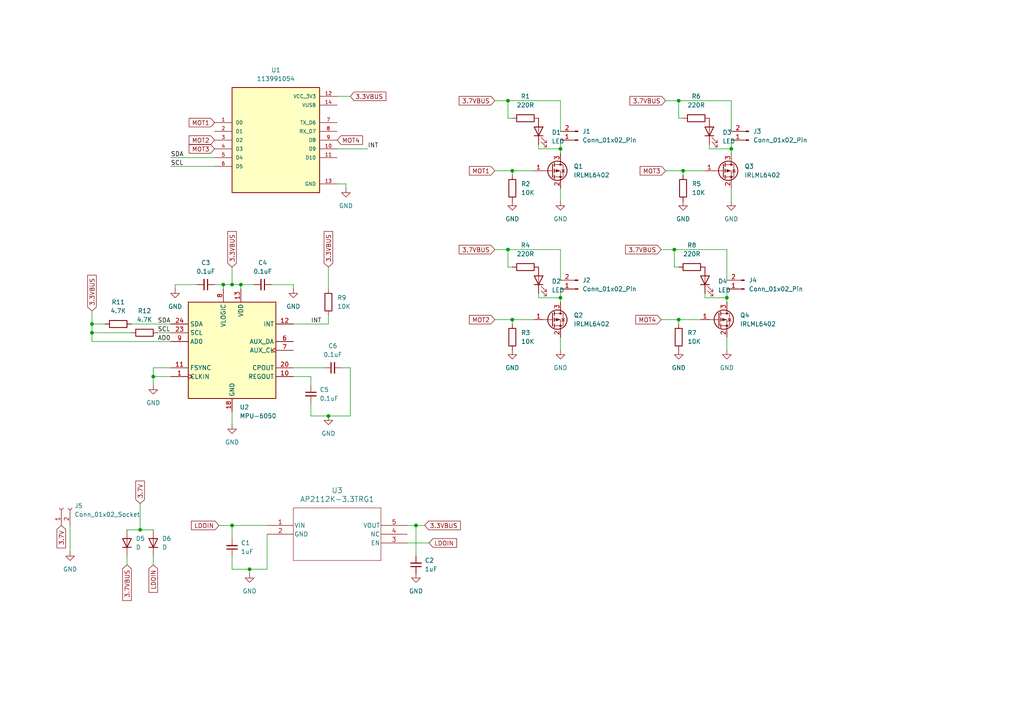
<source format=kicad_sch>
(kicad_sch (version 20231120) (generator "eeschema") (generator_version "8.0")
  (paper "A4")
  (lib_symbols
    (symbol "2025-03-06_04-36-30:AP2112K-3.3TRG1" (pin_names (offset 0.254))
      (property "Reference" "U" (at 20.32 10.16 0))
      (property "Value" "AP2112K-3.3TRG1" (at 20.32 7.62 0))
      (symbol "AP2112K-3.3TRG1_0_1"
        (polyline (pts (xy 7.62 -10.16) (xy 33.02 -10.16)) (stroke (width 0.127)))
        (polyline (pts (xy 7.62 5.08) (xy 7.62 -10.16)) (stroke (width 0.127)))
        (polyline (pts (xy 33.02 -10.16) (xy 33.02 5.08)) (stroke (width 0.127)))
        (polyline (pts (xy 33.02 5.08) (xy 7.62 5.08)) (stroke (width 0.127)))
        (pin unspecified line (at 0 0 0) (length 7.62) (name "VIN") (number "1"))
        (pin unspecified line (at 0 -2.54 0) (length 7.62) (name "GND") (number "2"))
        (pin unspecified line (at 40.64 -5.08 180) (length 7.62) (name "EN") (number "3"))
        (pin unspecified line (at 40.64 -2.54 180) (length 7.62) (name "NC") (number "4"))
        (pin unspecified line (at 40.64 0 180) (length 7.62) (name "VOUT") (number "5"))
      )
    )
    (symbol "Connector:Conn_01x02_Pin" (pin_names (offset 1.016) hide)
      (property "Reference" "J" (at 0 2.54 0))
      (property "Value" "Conn_01x02_Pin" (at 0 -5.08 0))
      (symbol "Conn_01x02_Pin_1_1"
        (polyline (pts (xy 1.27 -2.54) (xy 0.8636 -2.54)) (stroke (width 0.1524)))
        (polyline (pts (xy 1.27 0) (xy 0.8636 0)) (stroke (width 0.1524)))
        (rectangle (start 0.8636 -2.413) (end 0 -2.667) (stroke (width 0.1524)) (fill (type outline)))
        (rectangle (start 0.8636 0.127) (end 0 -0.127) (stroke (width 0.1524)) (fill (type outline)))
        (pin passive line (at 5.08 0 180) (length 3.81) (name "Pin_1") (number "1"))
        (pin passive line (at 5.08 -2.54 180) (length 3.81) (name "Pin_2") (number "2"))
      )
    )
    (symbol "Connector:Conn_01x02_Socket" (pin_names (offset 1.016) hide)
      (property "Reference" "J" (at 0 2.54 0))
      (property "Value" "Conn_01x02_Socket" (at 0 -5.08 0))
      (symbol "Conn_01x02_Socket_1_1"
        (arc (start 0 -2.032) (mid -0.5058 -2.54) (end 0 -3.048) (stroke (width 0.1524)))
        (polyline (pts (xy -1.27 -2.54) (xy -0.508 -2.54)) (stroke (width 0.1524)))
        (polyline (pts (xy -1.27 0) (xy -0.508 0)) (stroke (width 0.1524)))
        (arc (start 0 0.508) (mid -0.5058 0) (end 0 -0.508) (stroke (width 0.1524)))
        (pin passive line (at -5.08 0 0) (length 3.81) (name "Pin_1") (number "1"))
        (pin passive line (at -5.08 -2.54 0) (length 3.81) (name "Pin_2") (number "2"))
      )
    )
    (symbol "Device:C_Small" (pin_numbers hide) (pin_names (offset 0.254) hide)
      (property "Reference" "C" (at 0.254 1.778 0))
      (property "Value" "C_Small" (at 0.254 -2.032 0))
      (symbol "C_Small_0_1"
        (polyline (pts (xy -1.524 -0.508) (xy 1.524 -0.508)) (stroke (width 0.3302)))
        (polyline (pts (xy -1.524 0.508) (xy 1.524 0.508)) (stroke (width 0.3048)))
      )
      (symbol "C_Small_1_1"
        (pin passive line (at 0 2.54 270) (length 2.032) (name "~") (number "1"))
        (pin passive line (at 0 -2.54 90) (length 2.032) (name "~") (number "2"))
      )
    )
    (symbol "Device:D" (pin_numbers hide) (pin_names (offset 1.016) hide)
      (property "Reference" "D" (at 0 2.54 0))
      (property "Value" "D" (at 0 -2.54 0))
      (symbol "D_0_1"
        (polyline (pts (xy -1.27 1.27) (xy -1.27 -1.27)) (stroke (width 0.254)))
        (polyline (pts (xy 1.27 0) (xy -1.27 0)))
        (polyline (pts (xy 1.27 1.27) (xy 1.27 -1.27) (xy -1.27 0) (xy 1.27 1.27)) (stroke (width 0.254)))
      )
      (symbol "D_1_1"
        (pin passive line (at -3.81 0 0) (length 2.54) (name "K") (number "1"))
        (pin passive line (at 3.81 0 180) (length 2.54) (name "A") (number "2"))
      )
    )
    (symbol "Device:LED" (pin_numbers hide) (pin_names (offset 1.016) hide)
      (property "Reference" "D" (at 0 2.54 0))
      (property "Value" "LED" (at 0 -2.54 0))
      (symbol "LED_0_1"
        (polyline (pts (xy -1.27 -1.27) (xy -1.27 1.27)) (stroke (width 0.254)))
        (polyline (pts (xy -1.27 0) (xy 1.27 0)))
        (polyline (pts (xy 1.27 -1.27) (xy 1.27 1.27) (xy -1.27 0) (xy 1.27 -1.27)) (stroke (width 0.254)))
        (polyline (pts (xy -3.048 -0.762) (xy -4.572 -2.286) (xy -3.81 -2.286) (xy -4.572 -2.286) (xy -4.572 -1.524)))
        (polyline (pts (xy -1.778 -0.762) (xy -3.302 -2.286) (xy -2.54 -2.286) (xy -3.302 -2.286) (xy -3.302 -1.524)))
      )
      (symbol "LED_1_1"
        (pin passive line (at -3.81 0 0) (length 2.54) (name "K") (number "1"))
        (pin passive line (at 3.81 0 180) (length 2.54) (name "A") (number "2"))
      )
    )
    (symbol "Device:R" (pin_numbers hide) (pin_names (offset 0))
      (property "Reference" "R" (at 2.032 0 90))
      (property "Value" "R" (at 0 0 90))
      (symbol "R_0_1"
        (rectangle (start -1.016 -2.54) (end 1.016 2.54) (stroke (width 0.254)))
      )
      (symbol "R_1_1"
        (pin passive line (at 0 3.81 270) (length 1.27) (name "~") (number "1"))
        (pin passive line (at 0 -3.81 90) (length 1.27) (name "~") (number "2"))
      )
    )
    (symbol "Seeed_XIAO_ESP32_C3:113991054" (pin_names (offset 1.016))
      (property "Reference" "U" (at -12.7 16.002 0))
      (property "Value" "113991054" (at -12.7 -17.78 0))
      (symbol "113991054_0_0"
        (rectangle (start -12.7 -15.24) (end 12.7 15.24) (stroke (width 0.254)) (fill (type background)))
        (pin bidirectional line (at -17.78 5.08 0) (length 5.08) (name "D0") (number "1"))
        (pin bidirectional line (at 17.78 -2.54 180) (length 5.08) (name "D9") (number "10"))
        (pin bidirectional line (at 17.78 -5.08 180) (length 5.08) (name "D10") (number "11"))
        (pin power_in line (at 17.78 12.7 180) (length 5.08) (name "VCC_3V3") (number "12"))
        (pin power_in line (at 17.78 -12.7 180) (length 5.08) (name "GND") (number "13"))
        (pin power_in line (at 17.78 10.16 180) (length 5.08) (name "VUSB") (number "14"))
        (pin bidirectional line (at -17.78 2.54 0) (length 5.08) (name "D1") (number "2"))
        (pin bidirectional line (at -17.78 0 0) (length 5.08) (name "D2") (number "3"))
        (pin bidirectional line (at -17.78 -2.54 0) (length 5.08) (name "D3") (number "4"))
        (pin bidirectional line (at -17.78 -5.08 0) (length 5.08) (name "D4") (number "5"))
        (pin bidirectional line (at -17.78 -7.62 0) (length 5.08) (name "D5") (number "6"))
        (pin bidirectional line (at 17.78 5.08 180) (length 5.08) (name "TX_D6") (number "7"))
        (pin bidirectional line (at 17.78 2.54 180) (length 5.08) (name "RX_D7") (number "8"))
        (pin bidirectional line (at 17.78 0 180) (length 5.08) (name "D8") (number "9"))
      )
    )
    (symbol "Sensor_Motion:MPU-6050"
      (property "Reference" "U" (at -11.43 13.97 0))
      (property "Value" "MPU-6050" (at 7.62 -15.24 0))
      (symbol "MPU-6050_0_0"
        (text "" (at 12.7 -2.54 0) (effects (font (size 1.27 1.27))))
      )
      (symbol "MPU-6050_0_1"
        (rectangle (start -12.7 13.97) (end 12.7 -13.97) (stroke (width 0.254)) (fill (type background)))
      )
      (symbol "MPU-6050_1_1"
        (pin input clock (at -17.78 -7.62 0) (length 5.08) (name "CLKIN") (number "1"))
        (pin passive line (at 17.78 -7.62 180) (length 5.08) (name "REGOUT") (number "10"))
        (pin input line (at -17.78 -5.08 0) (length 5.08) (name "FSYNC") (number "11"))
        (pin output line (at 17.78 7.62 180) (length 5.08) (name "INT") (number "12"))
        (pin power_in line (at 2.54 17.78 270) (length 3.81) (name "VDD") (number "13"))
        (pin no_connect line (at -12.7 -10.16 0) (length 2.54) hide (name "NC") (number "14"))
        (pin no_connect line (at 12.7 12.7 180) (length 2.54) hide (name "NC") (number "15"))
        (pin no_connect line (at 12.7 10.16 180) (length 2.54) hide (name "NC") (number "16"))
        (pin no_connect line (at 12.7 5.08 180) (length 2.54) hide (name "NC") (number "17"))
        (pin power_in line (at 0 -17.78 90) (length 3.81) (name "GND") (number "18"))
        (pin no_connect line (at 12.7 -10.16 180) (length 2.54) hide (name "RESV") (number "19"))
        (pin no_connect line (at -12.7 12.7 0) (length 2.54) hide (name "NC") (number "2"))
        (pin passive line (at 17.78 -5.08 180) (length 5.08) (name "CPOUT") (number "20"))
        (pin no_connect line (at 12.7 -2.54 180) (length 2.54) hide (name "RESV") (number "21"))
        (pin no_connect line (at 12.7 -12.7 180) (length 2.54) hide (name "RESV") (number "22"))
        (pin input line (at -17.78 5.08 0) (length 5.08) (name "SCL") (number "23"))
        (pin bidirectional line (at -17.78 7.62 0) (length 5.08) (name "SDA") (number "24"))
        (pin no_connect line (at -12.7 10.16 0) (length 2.54) hide (name "NC") (number "3"))
        (pin no_connect line (at -12.7 0 0) (length 2.54) hide (name "NC") (number "4"))
        (pin no_connect line (at -12.7 -2.54 0) (length 2.54) hide (name "NC") (number "5"))
        (pin bidirectional line (at 17.78 2.54 180) (length 5.08) (name "AUX_DA") (number "6"))
        (pin output clock (at 17.78 0 180) (length 5.08) (name "AUX_CL") (number "7"))
        (pin power_in line (at -2.54 17.78 270) (length 3.81) (name "VLOGIC") (number "8"))
        (pin input line (at -17.78 2.54 0) (length 5.08) (name "AD0") (number "9"))
      )
    )
    (symbol "Transistor_FET:IRLML6402" (pin_names hide)
      (property "Reference" "Q" (at 5.08 1.905 0))
      (property "Value" "IRLML6402" (at 5.08 0 0))
      (symbol "IRLML6402_0_1"
        (polyline (pts (xy 0.254 0) (xy -2.54 0)))
        (polyline (pts (xy 0.254 1.905) (xy 0.254 -1.905)) (stroke (width 0.254)))
        (polyline (pts (xy 0.762 -1.27) (xy 0.762 -2.286)) (stroke (width 0.254)))
        (polyline (pts (xy 0.762 0.508) (xy 0.762 -0.508)) (stroke (width 0.254)))
        (polyline (pts (xy 0.762 2.286) (xy 0.762 1.27)) (stroke (width 0.254)))
        (polyline (pts (xy 2.54 2.54) (xy 2.54 1.778)))
        (polyline (pts (xy 2.54 -2.54) (xy 2.54 0) (xy 0.762 0)))
        (polyline (pts (xy 0.762 1.778) (xy 3.302 1.778) (xy 3.302 -1.778) (xy 0.762 -1.778)))
        (polyline (pts (xy 2.286 0) (xy 1.27 0.381) (xy 1.27 -0.381) (xy 2.286 0)) (fill (type outline)))
        (polyline (pts (xy 2.794 -0.508) (xy 2.921 -0.381) (xy 3.683 -0.381) (xy 3.81 -0.254)))
        (polyline (pts (xy 3.302 -0.381) (xy 2.921 0.254) (xy 3.683 0.254) (xy 3.302 -0.381)))
        (circle (center 1.651 0) (radius 2.794) (stroke (width 0.254)))
        (circle (center 2.54 -1.778) (radius 0.254) (fill (type outline)))
        (circle (center 2.54 1.778) (radius 0.254) (fill (type outline)))
      )
      (symbol "IRLML6402_1_1"
        (pin input line (at -5.08 0 0) (length 2.54) (name "G") (number "1"))
        (pin passive line (at 2.54 -5.08 90) (length 2.54) (name "S") (number "2"))
        (pin passive line (at 2.54 5.08 270) (length 2.54) (name "D") (number "3"))
      )
    )
    (symbol "power:GND" (power) (pin_numbers hide) (pin_names (offset 0) hide)
      (property "Value" "GND" (at 0 -3.81 0))
      (symbol "GND_0_1"
        (polyline (pts (xy 0 0) (xy 0 -1.27) (xy 1.27 -1.27) (xy 0 -2.54) (xy -1.27 -1.27) (xy 0 -1.27)))
      )
      (symbol "GND_1_1"
        (pin power_in line (at 0 0 270) (length 0) (name "~") (number "1"))
      )
    )
  )
  (junction (at 69.85 82.55))
  (junction (at 44.45 109.22))
  (junction (at 72.39 165.1))
  (junction (at 40.64 153.67))
  (junction (at 64.77 82.55))
  (junction (at 67.31 82.55))
  (junction (at 26.67 96.52))
  (junction (at 67.31 152.4))
  (junction (at 162.56 43.18))
  (junction (at 120.65 152.4))
  (junction (at 147.32 29.21))
  (junction (at 212.09 43.18))
  (junction (at 195.58 72.39))
  (junction (at 196.85 92.71))
  (junction (at 147.32 72.39))
  (junction (at 148.59 49.53))
  (junction (at 196.85 29.21))
  (junction (at 162.56 86.36))
  (junction (at 198.12 49.53))
  (junction (at 95.25 120.65))
  (junction (at 148.59 92.71))
  (junction (at 26.67 93.98))
  (junction (at 210.82 86.36))
  (wire (pts (xy 67.31 77.47) (xy 67.31 82.55)))
  (wire (pts (xy 156.21 86.36) (xy 162.56 86.36)))
  (wire (pts (xy 198.12 34.29) (xy 196.85 34.29)))
  (wire (pts (xy 191.77 72.39) (xy 195.58 72.39)))
  (wire (pts (xy 26.67 93.98) (xy 26.67 96.52)))
  (wire (pts (xy 38.1 93.98) (xy 49.53 93.98)))
  (wire (pts (xy 40.64 153.67) (xy 36.83 153.67)))
  (wire (pts (xy 147.32 72.39) (xy 162.56 72.39)))
  (wire (pts (xy 93.98 106.68) (xy 85.09 106.68)))
  (wire (pts (xy 118.11 157.48) (xy 124.46 157.48)))
  (wire (pts (xy 100.33 54.61) (xy 100.33 53.34)))
  (wire (pts (xy 162.56 86.36) (xy 162.56 87.63)))
  (wire (pts (xy 162.56 72.39) (xy 162.56 81.28)))
  (wire (pts (xy 67.31 152.4) (xy 67.31 156.21)))
  (wire (pts (xy 210.82 83.82) (xy 210.82 86.36)))
  (wire (pts (xy 45.72 96.52) (xy 49.53 96.52)))
  (wire (pts (xy 210.82 86.36) (xy 210.82 87.63)))
  (wire (pts (xy 162.56 54.61) (xy 162.56 58.42)))
  (wire (pts (xy 204.47 85.09) (xy 204.47 86.36)))
  (wire (pts (xy 162.56 43.18) (xy 162.56 44.45)))
  (wire (pts (xy 101.6 120.65) (xy 95.25 120.65)))
  (wire (pts (xy 95.25 120.65) (xy 90.17 120.65)))
  (wire (pts (xy 143.51 72.39) (xy 147.32 72.39)))
  (wire (pts (xy 203.2 92.71) (xy 196.85 92.71)))
  (wire (pts (xy 44.45 106.68) (xy 49.53 106.68)))
  (wire (pts (xy 69.85 82.55) (xy 73.66 82.55)))
  (wire (pts (xy 205.74 43.18) (xy 212.09 43.18)))
  (wire (pts (xy 57.15 82.55) (xy 50.8 82.55)))
  (wire (pts (xy 95.25 93.98) (xy 95.25 91.44)))
  (wire (pts (xy 67.31 152.4) (xy 77.47 152.4)))
  (wire (pts (xy 40.64 153.67) (xy 44.45 153.67)))
  (wire (pts (xy 147.32 72.39) (xy 147.32 77.47)))
  (wire (pts (xy 196.85 77.47) (xy 195.58 77.47)))
  (wire (pts (xy 85.09 83.82) (xy 85.09 82.55)))
  (wire (pts (xy 90.17 111.76) (xy 90.17 109.22)))
  (wire (pts (xy 44.45 109.22) (xy 44.45 106.68)))
  (wire (pts (xy 40.64 146.05) (xy 40.64 153.67)))
  (wire (pts (xy 143.51 49.53) (xy 148.59 49.53)))
  (wire (pts (xy 162.56 97.79) (xy 162.56 101.6)))
  (wire (pts (xy 143.51 29.21) (xy 147.32 29.21)))
  (wire (pts (xy 49.53 45.72) (xy 62.23 45.72)))
  (wire (pts (xy 26.67 99.06) (xy 49.53 99.06)))
  (wire (pts (xy 67.31 161.29) (xy 67.31 165.1)))
  (wire (pts (xy 50.8 82.55) (xy 50.8 83.82)))
  (wire (pts (xy 100.33 53.34) (xy 97.79 53.34)))
  (wire (pts (xy 196.85 92.71) (xy 196.85 93.98)))
  (wire (pts (xy 154.94 92.71) (xy 148.59 92.71)))
  (wire (pts (xy 90.17 109.22) (xy 85.09 109.22)))
  (wire (pts (xy 67.31 119.38) (xy 67.31 123.19)))
  (wire (pts (xy 212.09 54.61) (xy 212.09 58.42)))
  (wire (pts (xy 195.58 72.39) (xy 210.82 72.39)))
  (wire (pts (xy 147.32 29.21) (xy 162.56 29.21)))
  (wire (pts (xy 67.31 82.55) (xy 69.85 82.55)))
  (wire (pts (xy 77.47 165.1) (xy 72.39 165.1)))
  (wire (pts (xy 193.04 29.21) (xy 196.85 29.21)))
  (wire (pts (xy 44.45 111.76) (xy 44.45 109.22)))
  (wire (pts (xy 193.04 49.53) (xy 198.12 49.53)))
  (wire (pts (xy 62.23 82.55) (xy 64.77 82.55)))
  (wire (pts (xy 44.45 161.29) (xy 44.45 163.83)))
  (wire (pts (xy 99.06 106.68) (xy 101.6 106.68)))
  (wire (pts (xy 147.32 29.21) (xy 147.32 34.29)))
  (wire (pts (xy 49.53 48.26) (xy 62.23 48.26)))
  (wire (pts (xy 156.21 85.09) (xy 156.21 86.36)))
  (wire (pts (xy 97.79 27.94) (xy 101.6 27.94)))
  (wire (pts (xy 156.21 41.91) (xy 156.21 43.18)))
  (wire (pts (xy 85.09 82.55) (xy 78.74 82.55)))
  (wire (pts (xy 72.39 166.37) (xy 72.39 165.1)))
  (wire (pts (xy 26.67 90.17) (xy 26.67 93.98)))
  (wire (pts (xy 148.59 49.53) (xy 148.59 50.8)))
  (wire (pts (xy 196.85 29.21) (xy 196.85 34.29)))
  (wire (pts (xy 148.59 34.29) (xy 147.32 34.29)))
  (wire (pts (xy 85.09 93.98) (xy 95.25 93.98)))
  (wire (pts (xy 196.85 29.21) (xy 212.09 29.21)))
  (wire (pts (xy 143.51 92.71) (xy 148.59 92.71)))
  (wire (pts (xy 162.56 29.21) (xy 162.56 38.1)))
  (wire (pts (xy 198.12 49.53) (xy 198.12 50.8)))
  (wire (pts (xy 195.58 72.39) (xy 195.58 77.47)))
  (wire (pts (xy 64.77 82.55) (xy 64.77 83.82)))
  (wire (pts (xy 210.82 97.79) (xy 210.82 101.6)))
  (wire (pts (xy 191.77 92.71) (xy 196.85 92.71)))
  (wire (pts (xy 204.47 49.53) (xy 198.12 49.53)))
  (wire (pts (xy 162.56 83.82) (xy 162.56 86.36)))
  (wire (pts (xy 90.17 120.65) (xy 90.17 116.84)))
  (wire (pts (xy 156.21 43.18) (xy 162.56 43.18)))
  (wire (pts (xy 69.85 82.55) (xy 69.85 83.82)))
  (wire (pts (xy 162.56 40.64) (xy 162.56 43.18)))
  (wire (pts (xy 26.67 96.52) (xy 38.1 96.52)))
  (wire (pts (xy 154.94 49.53) (xy 148.59 49.53)))
  (wire (pts (xy 26.67 99.06) (xy 26.67 96.52)))
  (wire (pts (xy 204.47 86.36) (xy 210.82 86.36)))
  (wire (pts (xy 97.79 43.18) (xy 106.68 43.18)))
  (wire (pts (xy 212.09 29.21) (xy 212.09 38.1)))
  (wire (pts (xy 212.09 40.64) (xy 212.09 43.18)))
  (wire (pts (xy 44.45 109.22) (xy 49.53 109.22)))
  (wire (pts (xy 205.74 41.91) (xy 205.74 43.18)))
  (wire (pts (xy 67.31 82.55) (xy 64.77 82.55)))
  (wire (pts (xy 210.82 72.39) (xy 210.82 81.28)))
  (wire (pts (xy 118.11 152.4) (xy 120.65 152.4)))
  (wire (pts (xy 20.32 152.4) (xy 20.32 160.02)))
  (wire (pts (xy 36.83 161.29) (xy 36.83 163.83)))
  (wire (pts (xy 120.65 152.4) (xy 120.65 161.29)))
  (wire (pts (xy 67.31 165.1) (xy 72.39 165.1)))
  (wire (pts (xy 120.65 152.4) (xy 123.19 152.4)))
  (wire (pts (xy 148.59 77.47) (xy 147.32 77.47)))
  (wire (pts (xy 148.59 92.71) (xy 148.59 93.98)))
  (wire (pts (xy 77.47 154.94) (xy 77.47 165.1)))
  (wire (pts (xy 212.09 43.18) (xy 212.09 44.45)))
  (wire (pts (xy 63.5 152.4) (xy 67.31 152.4)))
  (wire (pts (xy 101.6 106.68) (xy 101.6 120.65)))
  (wire (pts (xy 95.25 77.47) (xy 95.25 83.82)))
  (wire (pts (xy 26.67 93.98) (xy 30.48 93.98)))
  (label "SCL" (at 45.72 96.52 0))
  (label "SDA" (at 49.53 45.72 0))
  (label "SDA" (at 45.72 93.98 0))
  (label "SCL" (at 49.53 48.26 0))
  (label "INT" (at 90.17 93.98 0))
  (label "INT" (at 106.68 43.18 0))
  (label "AD0" (at 45.72 99.06 0))
  (global_label "3.7V" (shape input) (at 17.78 152.4 270) (property "Intersheetrefs" "${INTERSHEET_REFS}" (effects (hide yes))))
  (global_label "3.3VBUS" (shape input) (at 101.6 27.94 0) (property "Intersheetrefs" "${INTERSHEET_REFS}" (effects (hide yes))))
  (global_label "MOT3" (shape input) (at 62.23 43.18 180) (property "Intersheetrefs" "${INTERSHEET_REFS}" (effects (hide yes))))
  (global_label "3.7VBUS" (shape input) (at 143.51 29.21 180) (property "Intersheetrefs" "${INTERSHEET_REFS}" (effects (hide yes))))
  (global_label "MOT2" (shape input) (at 62.23 40.64 180) (property "Intersheetrefs" "${INTERSHEET_REFS}" (effects (hide yes))))
  (global_label "LDOIN" (shape input) (at 44.45 163.83 270) (property "Intersheetrefs" "${INTERSHEET_REFS}" (effects (hide yes))))
  (global_label "3.3VBUS" (shape input) (at 67.31 77.47 90) (property "Intersheetrefs" "${INTERSHEET_REFS}" (effects (hide yes))))
  (global_label "3.3VBUS" (shape input) (at 123.19 152.4 0) (property "Intersheetrefs" "${INTERSHEET_REFS}" (effects (hide yes))))
  (global_label "3.7VBUS" (shape input) (at 193.04 29.21 180) (property "Intersheetrefs" "${INTERSHEET_REFS}" (effects (hide yes))))
  (global_label "MOT4" (shape input) (at 191.77 92.71 180) (property "Intersheetrefs" "${INTERSHEET_REFS}" (effects (hide yes))))
  (global_label "MOT4" (shape input) (at 97.79 40.64 0) (property "Intersheetrefs" "${INTERSHEET_REFS}" (effects (hide yes))))
  (global_label "3.3VBUS" (shape input) (at 26.67 90.17 90) (property "Intersheetrefs" "${INTERSHEET_REFS}" (effects (hide yes))))
  (global_label "MOT1" (shape input) (at 143.51 49.53 180) (property "Intersheetrefs" "${INTERSHEET_REFS}" (effects (hide yes))))
  (global_label "3.7VBUS" (shape input) (at 191.77 72.39 180) (property "Intersheetrefs" "${INTERSHEET_REFS}" (effects (hide yes))))
  (global_label "LDOIN" (shape input) (at 124.46 157.48 0) (property "Intersheetrefs" "${INTERSHEET_REFS}" (effects (hide yes))))
  (global_label "MOT1" (shape input) (at 62.23 35.56 180) (property "Intersheetrefs" "${INTERSHEET_REFS}" (effects (hide yes))))
  (global_label "3.7V" (shape input) (at 40.64 146.05 90) (property "Intersheetrefs" "${INTERSHEET_REFS}" (effects (hide yes))))
  (global_label "LDOIN" (shape input) (at 63.5 152.4 180) (property "Intersheetrefs" "${INTERSHEET_REFS}" (effects (hide yes))))
  (global_label "3.7VBUS" (shape input) (at 36.83 163.83 270) (property "Intersheetrefs" "${INTERSHEET_REFS}" (effects (hide yes))))
  (global_label "MOT3" (shape input) (at 193.04 49.53 180) (property "Intersheetrefs" "${INTERSHEET_REFS}" (effects (hide yes))))
  (global_label "3.7VBUS" (shape input) (at 143.51 72.39 180) (property "Intersheetrefs" "${INTERSHEET_REFS}" (effects (hide yes))))
  (global_label "MOT2" (shape input) (at 143.51 92.71 180) (property "Intersheetrefs" "${INTERSHEET_REFS}" (effects (hide yes))))
  (global_label "3.3VBUS" (shape input) (at 95.25 77.47 90) (property "Intersheetrefs" "${INTERSHEET_REFS}" (effects (hide yes))))
  (symbol (lib_id "power:GND") (at 72.39 166.37 0) (unit 1)
    (property "Reference" "#PWR09" (effects (hide yes)))
    (property "Value" "GND" (at 72.39 171.45 0))
    (property "Description" "Power symbol creates a global label with name \"GND\" , ground" (effects (hide yes)))
  )
  (symbol (lib_id "Device:LED") (at 205.74 38.1 90) (unit 1)
    (property "Reference" "D3" (at 209.55 38.4174 90) (effects (justify right)))
    (property "Value" "LED" (at 209.55 40.9574 90) (effects (justify right)))
    (property "Footprint" "LED_SMD:LED_0603_1608Metric" (effects (hide yes)))
    (property "Description" "Light emitting diode" (effects (hide yes)))
  )
  (symbol (lib_id "Device:R") (at 34.29 93.98 90) (unit 1)
    (property "Reference" "R11" (at 34.29 87.63 90))
    (property "Value" "4.7K" (at 34.29 90.17 90))
    (property "Footprint" "Resistor_SMD:R_0603_1608Metric" (effects (hide yes)))
    (property "Description" "Resistor" (effects (hide yes)))
  )
  (symbol (lib_id "power:GND") (at 95.25 120.65 0) (unit 1)
    (property "Reference" "#PWR013" (effects (hide yes)))
    (property "Value" "GND" (at 95.25 125.73 0))
    (property "Description" "Power symbol creates a global label with name \"GND\" , ground" (effects (hide yes)))
  )
  (symbol (lib_id "Device:R") (at 41.91 96.52 90) (unit 1)
    (property "Reference" "R12" (at 41.91 90.17 90))
    (property "Value" "4.7K" (at 41.91 92.71 90))
    (property "Footprint" "Resistor_SMD:R_0603_1608Metric" (effects (hide yes)))
    (property "Description" "Resistor" (effects (hide yes)))
  )
  (symbol (lib_id "Seeed_XIAO_ESP32_C3:113991054") (at 80.01 40.64 0) (unit 1)
    (property "Reference" "U1" (at 80.01 20.32 0))
    (property "Value" "113991054" (at 80.01 22.86 0))
    (property "Footprint" "footprints:MODULE_113991054" (effects (hide yes)))
    (property "PARTREV" "23/05/2022" (effects (hide yes)))
    (property "MANUFACTURER" "Seeed Technology" (effects (hide yes)))
    (property "SNAPEDA_PN" "113991054" (effects (hide yes)))
    (property "MAXIMUM_PACKAGE_HEIGHT" "N/A" (effects (hide yes)))
    (property "STANDARD" "Manufacturer Recommendations" (effects (hide yes)))
  )
  (symbol (lib_id "Device:C_Small") (at 59.69 82.55 270) (unit 1)
    (property "Reference" "C3" (at 59.6836 76.2 90))
    (property "Value" "0.1uF" (at 59.6836 78.74 90))
    (property "Footprint" "Capacitor_SMD:C_0603_1608Metric" (effects (hide yes)))
    (property "Description" "Unpolarized capacitor, small symbol" (effects (hide yes)))
  )
  (symbol (lib_id "Device:D") (at 44.45 157.48 90) (unit 1)
    (property "Reference" "D6" (at 46.99 156.2099 90) (effects (justify right)))
    (property "Value" "D" (at 46.99 158.7499 90) (effects (justify right)))
    (property "Footprint" "Diode_THT:D_DO-41_SOD81_P10.16mm_Horizontal" (effects (hide yes)))
    (property "Description" "Diode" (effects (hide yes)))
    (property "Sim.Device" "D" (effects (hide yes)))
    (property "Sim.Pins" "1=K 2=A" (effects (hide yes)))
  )
  (symbol (lib_id "Device:R") (at 201.93 34.29 90) (unit 1)
    (property "Reference" "R6" (at 201.93 27.94 90))
    (property "Value" "220R" (at 201.93 30.48 90))
    (property "Footprint" "Resistor_SMD:R_0603_1608Metric" (effects (hide yes)))
    (property "Description" "Resistor" (effects (hide yes)))
  )
  (symbol (lib_id "power:GND") (at 210.82 101.6 0) (unit 1)
    (property "Reference" "#PWR08" (effects (hide yes)))
    (property "Value" "GND" (at 210.82 106.68 0))
    (property "Description" "Power symbol creates a global label with name \"GND\" , ground" (effects (hide yes)))
  )
  (symbol (lib_id "Device:D") (at 36.83 157.48 90) (unit 1)
    (property "Reference" "D5" (at 39.37 156.2099 90) (effects (justify right)))
    (property "Value" "D" (at 39.37 158.7499 90) (effects (justify right)))
    (property "Footprint" "Diode_THT:D_DO-41_SOD81_P10.16mm_Horizontal" (effects (hide yes)))
    (property "Description" "Diode" (effects (hide yes)))
    (property "Sim.Device" "D" (effects (hide yes)))
    (property "Sim.Pins" "1=K 2=A" (effects (hide yes)))
  )
  (symbol (lib_id "Device:R") (at 148.59 97.79 0) (unit 1)
    (property "Reference" "R3" (at 151.13 96.5199 0) (effects (justify left)))
    (property "Value" "10K" (at 151.13 99.0599 0) (effects (justify left)))
    (property "Footprint" "Resistor_SMD:R_0603_1608Metric" (effects (hide yes)))
    (property "Description" "Resistor" (effects (hide yes)))
  )
  (symbol (lib_id "Device:LED") (at 156.21 38.1 90) (unit 1)
    (property "Reference" "D1" (at 160.02 38.4174 90) (effects (justify right)))
    (property "Value" "LED" (at 160.02 40.9574 90) (effects (justify right)))
    (property "Footprint" "LED_SMD:LED_0603_1608Metric" (effects (hide yes)))
    (property "Description" "Light emitting diode" (effects (hide yes)))
  )
  (symbol (lib_id "Device:R") (at 200.66 77.47 90) (unit 1)
    (property "Reference" "R8" (at 200.66 71.12 90))
    (property "Value" "220R" (at 200.66 73.66 90))
    (property "Footprint" "Resistor_SMD:R_0603_1608Metric" (effects (hide yes)))
    (property "Description" "Resistor" (effects (hide yes)))
  )
  (symbol (lib_id "Device:R") (at 95.25 87.63 0) (unit 1)
    (property "Reference" "R9" (at 97.79 86.3599 0) (effects (justify left)))
    (property "Value" "10K" (at 97.79 88.8999 0) (effects (justify left)))
    (property "Footprint" "Resistor_SMD:R_0603_1608Metric" (effects (hide yes)))
    (property "Description" "Resistor" (effects (hide yes)))
  )
  (symbol (lib_id "Transistor_FET:IRLML6402") (at 160.02 49.53 0) (unit 1)
    (property "Reference" "Q1" (at 166.37 48.2599 0) (effects (justify left)))
    (property "Value" "IRLML6402" (at 166.37 50.7999 0) (effects (justify left)))
    (property "Footprint" "Package_TO_SOT_SMD:SOT-23" (effects (hide yes)))
    (property "Datasheet" "https://www.infineon.com/dgdl/irlml6402pbf.pdf?fileId=5546d462533600a401535668d5c2263c" (effects (hide yes)))
    (property "Description" "-3.7A Id, -20V Vds, 65mOhm Rds, P-Channel HEXFET Power MOSFET, SOT-23" (effects (hide yes)))
  )
  (symbol (lib_id "Device:R") (at 198.12 54.61 0) (unit 1)
    (property "Reference" "R5" (at 200.66 53.3399 0) (effects (justify left)))
    (property "Value" "10K" (at 200.66 55.8799 0) (effects (justify left)))
    (property "Footprint" "Resistor_SMD:R_0603_1608Metric" (effects (hide yes)))
    (property "Description" "Resistor" (effects (hide yes)))
  )
  (symbol (lib_id "power:GND") (at 67.31 123.19 0) (unit 1)
    (property "Reference" "#PWR015" (effects (hide yes)))
    (property "Value" "GND" (at 67.31 128.27 0))
    (property "Description" "Power symbol creates a global label with name \"GND\" , ground" (effects (hide yes)))
  )
  (symbol (lib_id "Connector:Conn_01x02_Socket") (at 17.78 147.32 90) (unit 1)
    (property "Reference" "J5" (at 21.59 146.6849 90) (effects (justify right)))
    (property "Value" "Conn_01x02_Socket" (at 21.59 149.2249 90) (effects (justify right)))
    (property "Footprint" "Connector_PinHeader_2.54mm:PinHeader_1x02_P2.54mm_Vertical" (effects (hide yes)))
    (property "Description" "Generic connector, single row, 01x02, script generated" (effects (hide yes)))
  )
  (symbol (lib_id "Connector:Conn_01x02_Pin") (at 215.9 83.82 180) (unit 1)
    (property "Reference" "J4" (at 217.17 81.2799 0) (effects (justify right)))
    (property "Value" "Conn_01x02_Pin" (at 217.17 83.8199 0) (effects (justify right)))
    (property "Footprint" "Connector_PinSocket_1.27mm:PinSocket_1x02_P1.27mm_Vertical" (effects (hide yes)))
    (property "Description" "Generic connector, single row, 01x02, script generated" (effects (hide yes)))
  )
  (symbol (lib_id "Connector:Conn_01x02_Pin") (at 217.17 40.64 180) (unit 1)
    (property "Reference" "J3" (at 218.44 38.0999 0) (effects (justify right)))
    (property "Value" "Conn_01x02_Pin" (at 218.44 40.6399 0) (effects (justify right)))
    (property "Footprint" "Connector_PinSocket_1.27mm:PinSocket_1x02_P1.27mm_Vertical" (effects (hide yes)))
    (property "Description" "Generic connector, single row, 01x02, script generated" (effects (hide yes)))
  )
  (symbol (lib_id "power:GND") (at 196.85 101.6 0) (unit 1)
    (property "Reference" "#PWR07" (effects (hide yes)))
    (property "Value" "GND" (at 196.85 106.68 0))
    (property "Description" "Power symbol creates a global label with name \"GND\" , ground" (effects (hide yes)))
  )
  (symbol (lib_id "Device:R") (at 196.85 97.79 0) (unit 1)
    (property "Reference" "R7" (at 199.39 96.5199 0) (effects (justify left)))
    (property "Value" "10K" (at 199.39 99.0599 0) (effects (justify left)))
    (property "Footprint" "Resistor_SMD:R_0603_1608Metric" (effects (hide yes)))
    (property "Description" "Resistor" (effects (hide yes)))
  )
  (symbol (lib_id "Device:C_Small") (at 120.65 163.83 180) (unit 1)
    (property "Reference" "C2" (at 123.19 162.5535 0) (effects (justify right)))
    (property "Value" "1uF" (at 123.19 165.0935 0) (effects (justify right)))
    (property "Footprint" "Capacitor_SMD:C_0603_1608Metric" (effects (hide yes)))
    (property "Description" "Unpolarized capacitor, small symbol" (effects (hide yes)))
  )
  (symbol (lib_id "power:GND") (at 148.59 101.6 0) (unit 1)
    (property "Reference" "#PWR03" (effects (hide yes)))
    (property "Value" "GND" (at 148.59 106.68 0))
    (property "Description" "Power symbol creates a global label with name \"GND\" , ground" (effects (hide yes)))
  )
  (symbol (lib_id "power:GND") (at 162.56 101.6 0) (unit 1)
    (property "Reference" "#PWR04" (effects (hide yes)))
    (property "Value" "GND" (at 162.56 106.68 0))
    (property "Description" "Power symbol creates a global label with name \"GND\" , ground" (effects (hide yes)))
  )
  (symbol (lib_id "power:GND") (at 100.33 54.61 0) (unit 1)
    (property "Reference" "#PWR016" (effects (hide yes)))
    (property "Value" "GND" (at 100.33 59.69 0))
    (property "Description" "Power symbol creates a global label with name \"GND\" , ground" (effects (hide yes)))
  )
  (symbol (lib_id "Device:LED") (at 156.21 81.28 90) (unit 1)
    (property "Reference" "D2" (at 160.02 81.5974 90) (effects (justify right)))
    (property "Value" "LED" (at 160.02 84.1374 90) (effects (justify right)))
    (property "Footprint" "LED_SMD:LED_0603_1608Metric" (effects (hide yes)))
    (property "Description" "Light emitting diode" (effects (hide yes)))
  )
  (symbol (lib_id "power:GND") (at 148.59 58.42 0) (unit 1)
    (property "Reference" "#PWR02" (effects (hide yes)))
    (property "Value" "GND" (at 148.59 63.5 0))
    (property "Description" "Power symbol creates a global label with name \"GND\" , ground" (effects (hide yes)))
  )
  (symbol (lib_id "Transistor_FET:IRLML6402") (at 160.02 92.71 0) (unit 1)
    (property "Reference" "Q2" (at 166.37 91.4399 0) (effects (justify left)))
    (property "Value" "IRLML6402" (at 166.37 93.9799 0) (effects (justify left)))
    (property "Footprint" "Package_TO_SOT_SMD:SOT-23" (effects (hide yes)))
    (property "Datasheet" "https://www.infineon.com/dgdl/irlml6402pbf.pdf?fileId=5546d462533600a401535668d5c2263c" (effects (hide yes)))
    (property "Description" "-3.7A Id, -20V Vds, 65mOhm Rds, P-Channel HEXFET Power MOSFET, SOT-23" (effects (hide yes)))
  )
  (symbol (lib_id "Connector:Conn_01x02_Pin") (at 167.64 40.64 180) (unit 1)
    (property "Reference" "J1" (at 168.91 38.0999 0) (effects (justify right)))
    (property "Value" "Conn_01x02_Pin" (at 168.91 40.6399 0) (effects (justify right)))
    (property "Footprint" "Connector_PinSocket_1.27mm:PinSocket_1x02_P1.27mm_Vertical" (effects (hide yes)))
    (property "Description" "Generic connector, single row, 01x02, script generated" (effects (hide yes)))
  )
  (symbol (lib_id "Device:LED") (at 204.47 81.28 90) (unit 1)
    (property "Reference" "D4" (at 208.28 81.5974 90) (effects (justify right)))
    (property "Value" "LED" (at 208.28 84.1374 90) (effects (justify right)))
    (property "Footprint" "LED_SMD:LED_0603_1608Metric" (effects (hide yes)))
    (property "Description" "Light emitting diode" (effects (hide yes)))
  )
  (symbol (lib_id "Connector:Conn_01x02_Pin") (at 167.64 83.82 180) (unit 1)
    (property "Reference" "J2" (at 168.91 81.2799 0) (effects (justify right)))
    (property "Value" "Conn_01x02_Pin" (at 168.91 83.8199 0) (effects (justify right)))
    (property "Footprint" "Connector_PinSocket_1.27mm:PinSocket_1x02_P1.27mm_Vertical" (effects (hide yes)))
    (property "Description" "Generic connector, single row, 01x02, script generated" (effects (hide yes)))
  )
  (symbol (lib_id "power:GND") (at 44.45 111.76 0) (unit 1)
    (property "Reference" "#PWR014" (effects (hide yes)))
    (property "Value" "GND" (at 44.45 116.84 0))
    (property "Description" "Power symbol creates a global label with name \"GND\" , ground" (effects (hide yes)))
  )
  (symbol (lib_id "Transistor_FET:IRLML6402") (at 208.28 92.71 0) (unit 1)
    (property "Reference" "Q4" (at 214.63 91.4399 0) (effects (justify left)))
    (property "Value" "IRLML6402" (at 214.63 93.9799 0) (effects (justify left)))
    (property "Footprint" "Package_TO_SOT_SMD:SOT-23" (effects (hide yes)))
    (property "Datasheet" "https://www.infineon.com/dgdl/irlml6402pbf.pdf?fileId=5546d462533600a401535668d5c2263c" (effects (hide yes)))
    (property "Description" "-3.7A Id, -20V Vds, 65mOhm Rds, P-Channel HEXFET Power MOSFET, SOT-23" (effects (hide yes)))
  )
  (symbol (lib_id "Transistor_FET:IRLML6402") (at 209.55 49.53 0) (unit 1)
    (property "Reference" "Q3" (at 215.9 48.2599 0) (effects (justify left)))
    (property "Value" "IRLML6402" (at 215.9 50.7999 0) (effects (justify left)))
    (property "Footprint" "Package_TO_SOT_SMD:SOT-23" (effects (hide yes)))
    (property "Datasheet" "https://www.infineon.com/dgdl/irlml6402pbf.pdf?fileId=5546d462533600a401535668d5c2263c" (effects (hide yes)))
    (property "Description" "-3.7A Id, -20V Vds, 65mOhm Rds, P-Channel HEXFET Power MOSFET, SOT-23" (effects (hide yes)))
  )
  (symbol (lib_id "Device:C_Small") (at 96.52 106.68 90) (unit 1)
    (property "Reference" "C6" (at 96.5263 100.33 90))
    (property "Value" "0.1uF" (at 96.5263 102.87 90))
    (property "Footprint" "Capacitor_SMD:C_0603_1608Metric" (effects (hide yes)))
    (property "Description" "Unpolarized capacitor, small symbol" (effects (hide yes)))
  )
  (symbol (lib_id "Device:R") (at 148.59 54.61 0) (unit 1)
    (property "Reference" "R2" (at 151.13 53.3399 0) (effects (justify left)))
    (property "Value" "10K" (at 151.13 55.8799 0) (effects (justify left)))
    (property "Footprint" "Resistor_SMD:R_0603_1608Metric" (effects (hide yes)))
    (property "Description" "Resistor" (effects (hide yes)))
  )
  (symbol (lib_id "Device:C_Small") (at 67.31 158.75 180) (unit 1)
    (property "Reference" "C1" (at 69.85 157.4735 0) (effects (justify right)))
    (property "Value" "1uF" (at 69.85 160.0135 0) (effects (justify right)))
    (property "Footprint" "Capacitor_SMD:C_0603_1608Metric" (effects (hide yes)))
    (property "Description" "Unpolarized capacitor, small symbol" (effects (hide yes)))
  )
  (symbol (lib_id "power:GND") (at 212.09 58.42 0) (unit 1)
    (property "Reference" "#PWR06" (effects (hide yes)))
    (property "Value" "GND" (at 212.09 63.5 0))
    (property "Description" "Power symbol creates a global label with name \"GND\" , ground" (effects (hide yes)))
  )
  (symbol (lib_id "Device:R") (at 152.4 77.47 90) (unit 1)
    (property "Reference" "R4" (at 152.4 71.12 90))
    (property "Value" "220R" (at 152.4 73.66 90))
    (property "Footprint" "Resistor_SMD:R_0603_1608Metric" (effects (hide yes)))
    (property "Description" "Resistor" (effects (hide yes)))
  )
  (symbol (lib_id "Device:C_Small") (at 90.17 114.3 0) (unit 1)
    (property "Reference" "C5" (at 92.71 113.0362 0) (effects (justify left)))
    (property "Value" "0.1uF" (at 92.71 115.5762 0) (effects (justify left)))
    (property "Footprint" "Capacitor_SMD:C_0603_1608Metric" (effects (hide yes)))
    (property "Description" "Unpolarized capacitor, small symbol" (effects (hide yes)))
  )
  (symbol (lib_id "Device:C_Small") (at 76.2 82.55 270) (unit 1)
    (property "Reference" "C4" (at 76.1936 76.2 90))
    (property "Value" "0.1uF" (at 76.1936 78.74 90))
    (property "Footprint" "Capacitor_SMD:C_0603_1608Metric" (effects (hide yes)))
    (property "Description" "Unpolarized capacitor, small symbol" (effects (hide yes)))
  )
  (symbol (lib_id "Sensor_Motion:MPU-6050") (at 67.31 101.6 0) (unit 1)
    (property "Reference" "U2" (at 69.5041 118.11 0) (effects (justify left)))
    (property "Value" "MPU-6050" (at 69.5041 120.65 0) (effects (justify left)))
    (property "Footprint" "Sensor_Motion:InvenSense_QFN-24_4x4mm_P0.5mm" (effects (hide yes)))
    (property "Datasheet" "https://invensense.tdk.com/wp-content/uploads/2015/02/MPU-6000-Datasheet1.pdf" (effects (hide yes)))
    (property "Description" "InvenSense 6-Axis Motion Sensor, Gyroscope, Accelerometer, I2C" (effects (hide yes)))
  )
  (symbol (lib_id "Device:R") (at 152.4 34.29 90) (unit 1)
    (property "Reference" "R1" (at 152.4 27.94 90))
    (property "Value" "220R" (at 152.4 30.48 90))
    (property "Footprint" "Resistor_SMD:R_0603_1608Metric" (effects (hide yes)))
    (property "Description" "Resistor" (effects (hide yes)))
  )
  (symbol (lib_id "2025-03-06_04-36-30:AP2112K-3.3TRG1") (at 77.47 152.4 0) (unit 1)
    (property "Reference" "U3" (at 97.79 142.24 0) (effects (font (size 1.524 1.524))))
    (property "Value" "AP2112K-3.3TRG1" (at 97.79 144.78 0) (effects (font (size 1.524 1.524))))
    (property "Footprint" "FlightController:SOT_RG1_DIO" (effects (hide yes)))
    (property "Datasheet" "AP2112K-3.3TRG1" (effects (hide yes)))
  )
  (symbol (lib_id "power:GND") (at 20.32 160.02 0) (unit 1)
    (property "Reference" "#PWR017" (effects (hide yes)))
    (property "Value" "GND" (at 20.32 165.1 0))
    (property "Description" "Power symbol creates a global label with name \"GND\" , ground" (effects (hide yes)))
  )
  (symbol (lib_id "power:GND") (at 162.56 58.42 0) (unit 1)
    (property "Reference" "#PWR01" (effects (hide yes)))
    (property "Value" "GND" (at 162.56 63.5 0))
    (property "Description" "Power symbol creates a global label with name \"GND\" , ground" (effects (hide yes)))
  )
  (symbol (lib_id "power:GND") (at 85.09 83.82 0) (unit 1)
    (property "Reference" "#PWR012" (effects (hide yes)))
    (property "Value" "GND" (at 85.09 88.9 0))
    (property "Description" "Power symbol creates a global label with name \"GND\" , ground" (effects (hide yes)))
  )
  (symbol (lib_id "power:GND") (at 50.8 83.82 0) (unit 1)
    (property "Reference" "#PWR011" (effects (hide yes)))
    (property "Value" "GND" (at 50.8 88.9 0))
    (property "Description" "Power symbol creates a global label with name \"GND\" , ground" (effects (hide yes)))
  )
  (symbol (lib_id "power:GND") (at 198.12 58.42 0) (unit 1)
    (property "Reference" "#PWR05" (effects (hide yes)))
    (property "Value" "GND" (at 198.12 63.5 0))
    (property "Description" "Power symbol creates a global label with name \"GND\" , ground" (effects (hide yes)))
  )
  (symbol (lib_id "power:GND") (at 120.65 166.37 0) (unit 1)
    (property "Reference" "#PWR010" (effects (hide yes)))
    (property "Value" "GND" (at 120.65 171.45 0))
    (property "Description" "Power symbol creates a global label with name \"GND\" , ground" (effects (hide yes)))
  )
)
</source>
